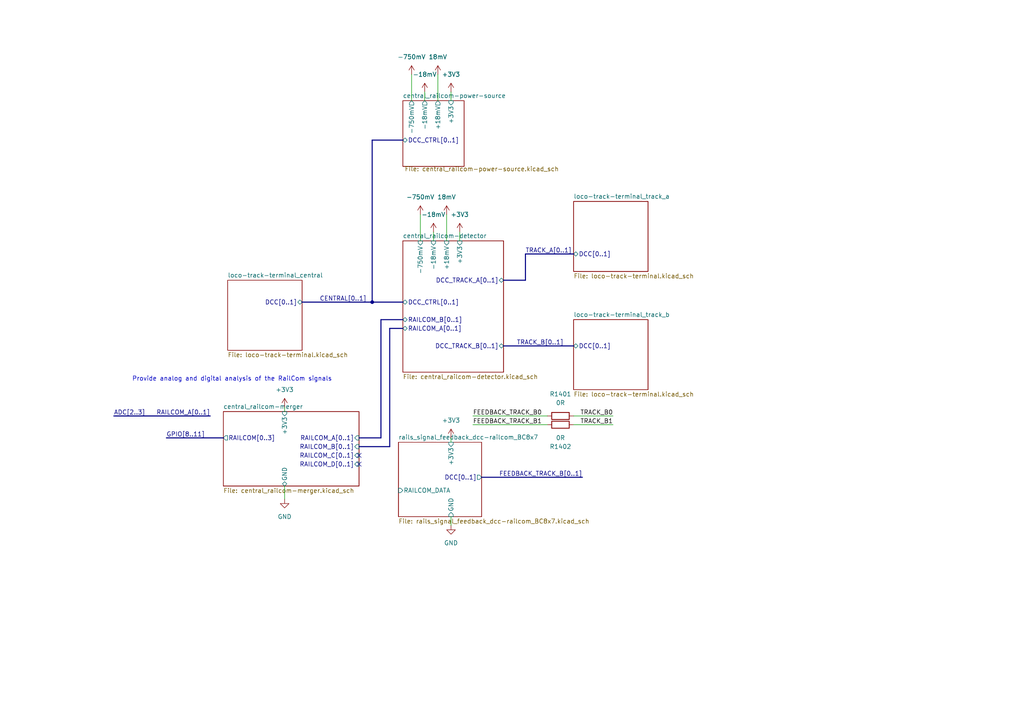
<source format=kicad_sch>
(kicad_sch (version 20231120) (generator "eeschema") (generator_version "8.0")
  (paper "A4")
  (lib_symbols
    (symbol "Device:R" (pin_numbers hide) (pin_names (offset 0))
      (property "Reference" "R" (at 2.032 0 90))
      (property "Value" "R" (at 0 0 90))
      (symbol "R_0_1"
        (rectangle (start -1.016 -2.54) (end 1.016 2.54) (stroke (width 0.254)))
      )
      (symbol "R_1_1"
        (pin passive line (at 0 3.81 270) (length 1.27) (name "~") (number "1"))
        (pin passive line (at 0 -3.81 90) (length 1.27) (name "~") (number "2"))
      )
    )
    (symbol "power:+3V3" (power) (pin_names (offset 0))
      (property "Value" "+3V3" (at 0 3.556 0))
      (symbol "+3V3_0_1"
        (polyline (pts (xy -0.762 1.27) (xy 0 2.54)))
        (polyline (pts (xy 0 0) (xy 0 2.54)))
        (polyline (pts (xy 0 2.54) (xy 0.762 1.27)))
      )
      (symbol "+3V3_1_1"
        (pin power_in line (at 0 0 90) (length 0) hide (name "+3V3") (number "1"))
      )
    )
    (symbol "power:GND" (power) (pin_names (offset 0))
      (property "Value" "GND" (at 0 -3.81 0))
      (symbol "GND_0_1"
        (polyline (pts (xy 0 0) (xy 0 -1.27) (xy 1.27 -1.27) (xy 0 -2.54) (xy -1.27 -1.27) (xy 0 -1.27)))
      )
      (symbol "GND_1_1"
        (pin power_in line (at 0 0 270) (length 0) hide (name "GND") (number "1"))
      )
    )
  )
  (junction (at 107.95 87.63))
  (no_connect (at 104.14 134.62))
  (no_connect (at 104.14 132.08))
  (bus (pts (xy 87.63 87.63) (xy 107.95 87.63)))
  (wire (pts (xy 123.19 26.67) (xy 123.19 29.21)))
  (bus (pts (xy 146.05 81.28) (xy 152.4 81.28)))
  (wire (pts (xy 127 21.59) (xy 127 29.21)))
  (wire (pts (xy 177.8 123.19) (xy 166.37 123.19)))
  (wire (pts (xy 125.73 67.31) (xy 125.73 69.85)))
  (bus (pts (xy 107.95 40.64) (xy 107.95 87.63)))
  (bus (pts (xy 113.03 129.54) (xy 113.03 95.25)))
  (wire (pts (xy 82.55 118.11) (xy 82.55 119.38)))
  (bus (pts (xy 152.4 81.28) (xy 152.4 73.66)))
  (wire (pts (xy 137.16 123.19) (xy 158.75 123.19)))
  (wire (pts (xy 177.8 120.65) (xy 166.37 120.65)))
  (wire (pts (xy 119.38 21.59) (xy 119.38 29.21)))
  (bus (pts (xy 113.03 95.25) (xy 116.84 95.25)))
  (wire (pts (xy 130.81 127) (xy 130.81 128.27)))
  (bus (pts (xy 48.26 127) (xy 64.77 127)))
  (bus (pts (xy 152.4 73.66) (xy 166.37 73.66)))
  (wire (pts (xy 133.35 67.31) (xy 133.35 69.85)))
  (bus (pts (xy 33.02 120.65) (xy 60.96 120.65)))
  (bus (pts (xy 104.14 127) (xy 110.49 127)))
  (bus (pts (xy 110.49 92.71) (xy 116.84 92.71)))
  (bus (pts (xy 107.95 87.63) (xy 116.84 87.63)))
  (wire (pts (xy 82.55 140.97) (xy 82.55 144.78)))
  (wire (pts (xy 137.16 120.65) (xy 158.75 120.65)))
  (wire (pts (xy 130.81 149.86) (xy 130.81 152.4)))
  (bus (pts (xy 139.7 138.43) (xy 168.91 138.43)))
  (wire (pts (xy 130.81 26.67) (xy 130.81 29.21)))
  (bus (pts (xy 107.95 40.64) (xy 116.84 40.64)))
  (wire (pts (xy 129.54 62.23) (xy 129.54 69.85)))
  (bus (pts (xy 110.49 92.71) (xy 110.49 127)))
  (bus (pts (xy 146.05 100.33) (xy 166.37 100.33)))
  (wire (pts (xy 121.92 62.23) (xy 121.92 69.85)))
  (bus (pts (xy 104.14 129.54) (xy 113.03 129.54)))
  (text "Provide analog and digital analysis of the RailCom signals" (at 67.31 109.982 0) (effects (font (size 1.27 1.27))))
  (label "CENTRAL[0..1]" (at 92.71 87.63 0))
  (label "GPIO[8..11]" (at 48.26 127 0))
  (label "TRACK_B0" (at 177.8 120.65 180))
  (label "ADC[2..3]" (at 33.02 120.65 0))
  (label "FEEDBACK_TRACK_B1" (at 137.16 123.19 0))
  (label "FEEDBACK_TRACK_B[0..1]" (at 168.91 138.43 180))
  (label "TRACK_B1" (at 177.8 123.19 180))
  (label "TRACK_B[0..1]" (at 149.86 100.33 0))
  (label "RAILCOM_A[0..1]" (at 60.96 120.65 180))
  (label "TRACK_A[0..1]" (at 152.4 73.66 0))
  (label "FEEDBACK_TRACK_B0" (at 137.16 120.65 0))
  (symbol (lib_id "power:+3V3") (at 127 21.59 0) (unit 1)
    (property "Reference" "#PWR01407" (effects (hide yes)))
    (property "Value" "18mV" (at 127 16.51 0))
    (property "Description" "Power symbol creates a global label with name \"+3V3\"" (effects (hide yes)))
  )
  (symbol (lib_id "power:+3V3") (at 133.35 67.31 0) (unit 1)
    (property "Reference" "#PWR01412" (effects (hide yes)))
    (property "Value" "+3V3" (at 133.35 62.23 0))
    (property "Description" "Power symbol creates a global label with name \"+3V3\"" (effects (hide yes)))
  )
  (symbol (lib_id "power:+3V3") (at 123.19 26.67 0) (unit 1)
    (property "Reference" "#PWR01405" (effects (hide yes)))
    (property "Value" "-18mV" (at 123.19 21.59 0))
    (property "Description" "Power symbol creates a global label with name \"+3V3\"" (effects (hide yes)))
  )
  (symbol (lib_id "power:+3V3") (at 121.92 62.23 0) (unit 1)
    (property "Reference" "#PWR01404" (effects (hide yes)))
    (property "Value" "-750mV" (at 121.92 57.15 0))
    (property "Description" "Power symbol creates a global label with name \"+3V3\"" (effects (hide yes)))
  )
  (symbol (lib_id "power:+3V3") (at 130.81 26.67 0) (unit 1)
    (property "Reference" "#PWR01409" (effects (hide yes)))
    (property "Value" "+3V3" (at 130.81 21.59 0))
    (property "Description" "Power symbol creates a global label with name \"+3V3\"" (effects (hide yes)))
  )
  (symbol (lib_id "Device:R") (at 162.56 120.65 90) (unit 1)
    (property "Reference" "R1401" (at 162.56 114.3 90))
    (property "Value" "0R" (at 162.56 116.84 90))
    (property "Footprint" "Resistor_SMD:R_0805_2012Metric_Pad1.20x1.40mm_HandSolder" (effects (hide yes)))
    (property "Description" "Resistor" (effects (hide yes)))
  )
  (symbol (lib_id "power:+3V3") (at 119.38 21.59 0) (unit 1)
    (property "Reference" "#PWR01403" (effects (hide yes)))
    (property "Value" "-750mV" (at 119.38 16.51 0))
    (property "Description" "Power symbol creates a global label with name \"+3V3\"" (effects (hide yes)))
  )
  (symbol (lib_id "power:+3V3") (at 82.55 118.11 0) (unit 1)
    (property "Reference" "#PWR01401" (effects (hide yes)))
    (property "Value" "+3V3" (at 82.55 113.03 0))
    (property "Description" "Power symbol creates a global label with name \"+3V3\"" (effects (hide yes)))
  )
  (symbol (lib_id "power:GND") (at 82.55 144.78 0) (unit 1)
    (property "Reference" "#PWR01402" (effects (hide yes)))
    (property "Value" "GND" (at 82.55 149.86 0))
    (property "Description" "Power symbol creates a global label with name \"GND\" , ground" (effects (hide yes)))
  )
  (symbol (lib_id "power:GND") (at 130.81 152.4 0) (unit 1)
    (property "Reference" "#PWR01411" (effects (hide yes)))
    (property "Value" "GND" (at 130.81 157.48 0))
    (property "Description" "Power symbol creates a global label with name \"GND\" , ground" (effects (hide yes)))
  )
  (symbol (lib_id "Device:R") (at 162.56 123.19 90) (mirror x) (unit 1)
    (property "Reference" "R1402" (at 162.56 129.54 90))
    (property "Value" "0R" (at 162.56 127 90))
    (property "Footprint" "Resistor_SMD:R_0805_2012Metric_Pad1.20x1.40mm_HandSolder" (effects (hide yes)))
    (property "Description" "Resistor" (effects (hide yes)))
  )
  (symbol (lib_id "power:+3V3") (at 130.81 127 0) (unit 1)
    (property "Reference" "#PWR01410" (effects (hide yes)))
    (property "Value" "+3V3" (at 130.81 121.92 0))
    (property "Description" "Power symbol creates a global label with name \"+3V3\"" (effects (hide yes)))
  )
  (symbol (lib_id "power:+3V3") (at 129.54 62.23 0) (unit 1)
    (property "Reference" "#PWR01408" (effects (hide yes)))
    (property "Value" "18mV" (at 129.54 57.15 0))
    (property "Description" "Power symbol creates a global label with name \"+3V3\"" (effects (hide yes)))
  )
  (symbol (lib_id "power:+3V3") (at 125.73 67.31 0) (unit 1)
    (property "Reference" "#PWR01406" (effects (hide yes)))
    (property "Value" "-18mV" (at 125.73 62.23 0))
    (property "Description" "Power symbol creates a global label with name \"+3V3\"" (effects (hide yes)))
  )
  (sheet (at 166.37 58.42) (size 21.59 20.32) (stroke (width 0.1524))
    (property "Sheetname" "loco-track-terminal_track_a" (at 166.37 57.7084 0) (effects (justify left bottom)))
    (property "Sheetfile" "loco-track-terminal.kicad_sch" (at 166.37 79.3246 0) (effects (justify left top)))
    (pin "DCC[0..1]" bidirectional (at 166.37 73.66 180))
  )
  (sheet (at 166.37 92.71) (size 21.59 20.32) (stroke (width 0.1524))
    (property "Sheetname" "loco-track-terminal_track_b" (at 166.37 91.9984 0) (effects (justify left bottom)))
    (property "Sheetfile" "loco-track-terminal.kicad_sch" (at 166.37 113.6146 0) (effects (justify left top)))
    (pin "DCC[0..1]" bidirectional (at 166.37 100.33 180))
  )
  (sheet (at 116.84 69.85) (size 29.21 38.1) (stroke (width 0.1524))
    (property "Sheetname" "central_railcom-detector" (at 116.84 69.1384 0) (effects (justify left bottom)))
    (property "Sheetfile" "central_railcom-detector.kicad_sch" (at 116.84 108.5346 0) (effects (justify left top)))
    (pin "DCC_CTRL[0..1]" bidirectional (at 116.84 87.63 180))
    (pin "DCC_TRACK_A[0..1]" bidirectional (at 146.05 81.28 0))
    (pin "DCC_TRACK_B[0..1]" bidirectional (at 146.05 100.33 0))
    (pin "-18mV" input (at 125.73 69.85 90))
    (pin "+18mV" input (at 129.54 69.85 90))
    (pin "-750mV" input (at 121.92 69.85 90))
    (pin "+3V3" input (at 133.35 69.85 90))
    (pin "RAILCOM_B[0..1]" bidirectional (at 116.84 92.71 180))
    (pin "RAILCOM_A[0..1]" bidirectional (at 116.84 95.25 180))
  )
  (sheet (at 66.04 81.28) (size 21.59 20.32) (stroke (width 0.1524))
    (property "Sheetname" "loco-track-terminal_central" (at 66.04 80.5684 0) (effects (justify left bottom)))
    (property "Sheetfile" "loco-track-terminal.kicad_sch" (at 66.04 102.1846 0) (effects (justify left top)))
    (pin "DCC[0..1]" bidirectional (at 87.63 87.63 0))
  )
  (sheet (at 64.77 119.38) (size 39.37 21.59) (stroke (width 0.1524))
    (property "Sheetname" "central_railcom-merger" (at 64.77 118.6684 0) (effects (justify left bottom)))
    (property "Sheetfile" "central_railcom-merger.kicad_sch" (at 64.77 141.5546 0) (effects (justify left top)))
    (pin "RAILCOM_D[0..1]" input (at 104.14 134.62 0))
    (pin "RAILCOM_C[0..1]" input (at 104.14 132.08 0))
    (pin "RAILCOM_B[0..1]" input (at 104.14 129.54 0))
    (pin "RAILCOM_A[0..1]" input (at 104.14 127 0))
    (pin "GND" bidirectional (at 82.55 140.97 270))
    (pin "RAILCOM[0..3]" output (at 64.77 127 180))
    (pin "+3V3" input (at 82.55 119.38 90))
  )
  (sheet (at 116.84 29.21) (size 17.78 19.05) (stroke (width 0.1524))
    (property "Sheetname" "central_railcom-power-source" (at 116.84 28.4984 0) (effects (justify left bottom)))
    (property "Sheetfile" "central_railcom-power-source.kicad_sch" (at 117.348 48.26 0) (effects (justify left top)))
    (pin "DCC_CTRL[0..1]" bidirectional (at 116.84 40.64 180))
    (pin "+3V3" input (at 130.81 29.21 90))
    (pin "+18mV" output (at 127 29.21 90))
    (pin "-750mV" output (at 119.38 29.21 90))
    (pin "-18mV" output (at 123.19 29.21 90))
  )
  (sheet (at 115.57 128.27) (size 24.13 21.59) (stroke (width 0.1524))
    (property "Sheetname" "rails_signal_feedback_dcc-railcom_BC8x7" (at 115.57 127.5584 0) (effects (justify left bottom)))
    (property "Sheetfile" "rails_signal_feedback_dcc-railcom_BC8x7.kicad_sch" (at 115.57 150.4446 0) (effects (justify left top)))
    (pin "DCC[0..1]" output (at 139.7 138.43 0))
    (pin "GND" input (at 130.81 149.86 270))
    (pin "+3V3" input (at 130.81 128.27 90))
    (pin "RAILCOM_DATA" input (at 115.57 142.24 180))
  )
)
</source>
